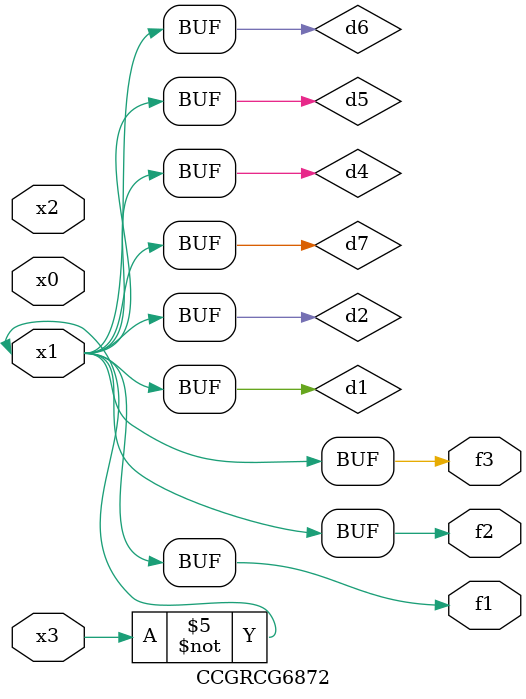
<source format=v>
module CCGRCG6872(
	input x0, x1, x2, x3,
	output f1, f2, f3
);

	wire d1, d2, d3, d4, d5, d6, d7;

	not (d1, x3);
	buf (d2, x1);
	xnor (d3, d1, d2);
	nor (d4, d1);
	buf (d5, d1, d2);
	buf (d6, d4, d5);
	nand (d7, d4);
	assign f1 = d6;
	assign f2 = d7;
	assign f3 = d6;
endmodule

</source>
